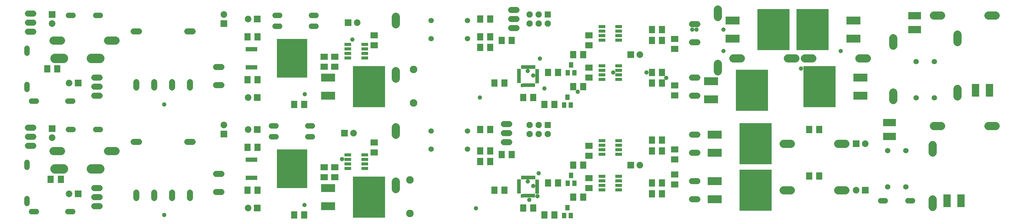
<source format=gts>
G75*
%MOIN*%
%OFA0B0*%
%FSLAX24Y24*%
%IPPOS*%
%LPD*%
%AMOC8*
5,1,8,0,0,1.08239X$1,22.5*
%
%ADD10C,0.0164*%
%ADD11R,0.0210X0.0400*%
%ADD12R,0.0400X0.0210*%
%ADD13R,0.3379X0.4277*%
%ADD14R,0.1281X0.0480*%
%ADD15R,0.0781X0.0363*%
%ADD16C,0.0600*%
%ADD17R,0.1580X0.0900*%
%ADD18R,0.3580X0.4580*%
%ADD19R,0.0474X0.0631*%
%ADD20C,0.0905*%
%ADD21C,0.1025*%
%ADD22C,0.0680*%
%ADD23C,0.0730*%
%ADD24R,0.0730X0.0730*%
%ADD25R,0.0710X0.0789*%
%ADD26C,0.0830*%
%ADD27R,0.0789X0.0710*%
%ADD28R,0.1419X0.0828*%
%ADD29R,0.0828X0.1419*%
%ADD30C,0.0595*%
%ADD31R,0.0680X0.0680*%
%ADD32OC8,0.0680*%
%ADD33C,0.0480*%
D10*
X055786Y003236D02*
X055786Y003472D01*
X055786Y003236D02*
X055740Y003236D01*
X055740Y003472D01*
X055786Y003472D01*
X055786Y003399D02*
X055740Y003399D01*
X055786Y015441D02*
X055786Y015677D01*
X055786Y015441D02*
X055740Y015441D01*
X055740Y015677D01*
X055786Y015677D01*
X055786Y015604D02*
X055740Y015604D01*
D11*
X055960Y015559D03*
X056157Y015559D03*
X056354Y015559D03*
X056551Y015559D03*
X056748Y015559D03*
X056944Y015559D03*
X057141Y015559D03*
X057173Y017575D03*
X056976Y017575D03*
X056779Y017575D03*
X056582Y017575D03*
X056385Y017575D03*
X056189Y017575D03*
X055992Y017575D03*
X055795Y017575D03*
X055795Y005370D03*
X055992Y005370D03*
X056189Y005370D03*
X056385Y005370D03*
X056582Y005370D03*
X056779Y005370D03*
X056976Y005370D03*
X057173Y005370D03*
X057141Y003354D03*
X056944Y003354D03*
X056748Y003354D03*
X056551Y003354D03*
X056354Y003354D03*
X056157Y003354D03*
X055960Y003354D03*
D12*
X055460Y003689D03*
X055460Y003886D03*
X055460Y004083D03*
X055460Y004280D03*
X055460Y004476D03*
X055460Y004673D03*
X055460Y004870D03*
X055460Y005067D03*
X057476Y005035D03*
X057476Y004839D03*
X057476Y004642D03*
X057476Y004445D03*
X057476Y004248D03*
X057476Y004051D03*
X057476Y003854D03*
X057476Y003657D03*
X057476Y015862D03*
X057476Y016059D03*
X057476Y016256D03*
X057476Y016453D03*
X057476Y016650D03*
X057476Y016846D03*
X057476Y017043D03*
X057476Y017240D03*
X055460Y017272D03*
X055460Y017075D03*
X055460Y016878D03*
X055460Y016681D03*
X055460Y016484D03*
X055460Y016287D03*
X055460Y016091D03*
X055460Y015894D03*
D13*
X030484Y018535D03*
X030484Y006331D03*
D14*
X026031Y007331D03*
X026031Y005331D03*
X026031Y017535D03*
X026031Y019535D03*
D15*
X036645Y019573D03*
X036645Y019073D03*
X038496Y019073D03*
X038496Y019573D03*
X038496Y020073D03*
X036645Y020073D03*
X036645Y018573D03*
X038496Y018573D03*
X064598Y017711D03*
X064598Y017211D03*
X064598Y016711D03*
X064598Y016211D03*
X066448Y016211D03*
X066448Y016711D03*
X066448Y017211D03*
X066448Y017711D03*
X066448Y020541D03*
X066448Y021041D03*
X066448Y021541D03*
X066448Y022041D03*
X064598Y022041D03*
X064598Y021541D03*
X064598Y021041D03*
X064598Y020541D03*
X064598Y009443D03*
X064598Y008943D03*
X064598Y008443D03*
X064598Y007943D03*
X066448Y007943D03*
X066448Y008443D03*
X066448Y008943D03*
X066448Y009443D03*
X066448Y005506D03*
X066448Y005006D03*
X066448Y004506D03*
X066448Y004006D03*
X064598Y004006D03*
X064598Y004506D03*
X064598Y005006D03*
X064598Y005506D03*
X038496Y006368D03*
X038496Y006868D03*
X036645Y006868D03*
X036645Y006368D03*
X036645Y007368D03*
X038496Y007368D03*
X038496Y007868D03*
X036645Y007868D03*
D16*
X002366Y001606D02*
X001846Y001606D01*
X001350Y002496D02*
X001350Y003016D01*
X005846Y001606D02*
X006366Y001606D01*
X001350Y006496D02*
X001350Y007016D01*
X005889Y010661D02*
X006409Y010661D01*
X008889Y010661D02*
X009409Y010661D01*
X006366Y013811D02*
X005846Y013811D01*
X002366Y013811D02*
X001846Y013811D01*
X001350Y015094D02*
X001350Y015614D01*
X001350Y019094D02*
X001350Y019614D01*
X005889Y023260D02*
X006409Y023260D01*
X008889Y023260D02*
X009409Y023260D01*
X028618Y023260D02*
X029138Y023260D01*
X032618Y023260D02*
X033138Y023260D01*
X033138Y022079D02*
X032618Y022079D01*
X029138Y022079D02*
X028618Y022079D01*
X028744Y011055D02*
X028224Y011055D01*
X028224Y009874D02*
X028744Y009874D01*
X032224Y009874D02*
X032744Y009874D01*
X032744Y011055D02*
X032224Y011055D01*
X095259Y002787D02*
X095779Y002787D01*
X098259Y002787D02*
X098779Y002787D01*
D17*
X076984Y002969D03*
X076984Y004969D03*
X076984Y008087D03*
X076984Y010087D03*
X076590Y013992D03*
X076590Y015992D03*
X093039Y016386D03*
X093039Y014386D03*
X092252Y020685D03*
X092252Y022685D03*
X078952Y022685D03*
X078952Y020685D03*
X034464Y016386D03*
X034464Y014386D03*
X034464Y004181D03*
X034464Y002181D03*
D18*
X038964Y003181D03*
X081484Y003969D03*
X081484Y009087D03*
X081090Y014992D03*
X088539Y015386D03*
X087752Y021685D03*
X083452Y021685D03*
X038964Y015386D03*
D19*
X060425Y013378D03*
X061173Y013378D03*
X060799Y014244D03*
X060819Y016921D03*
X061567Y016921D03*
X061193Y017787D03*
X061193Y005583D03*
X061567Y004717D03*
X060819Y004717D03*
X060799Y002039D03*
X061173Y001173D03*
X060425Y001173D03*
D20*
X041901Y004099D02*
X041901Y004924D01*
X041901Y010099D02*
X041901Y010924D01*
X041901Y016304D02*
X041901Y017129D01*
X041901Y022304D02*
X041901Y023129D01*
X011062Y020504D02*
X010237Y020504D01*
X005062Y020504D02*
X004237Y020504D01*
X004237Y008299D02*
X005062Y008299D01*
X010237Y008299D02*
X011062Y008299D01*
X077334Y017091D02*
X077334Y017916D01*
X079040Y018535D02*
X079865Y018535D01*
X085040Y018535D02*
X085865Y018535D01*
X086914Y018535D02*
X087739Y018535D01*
X092914Y018535D02*
X093739Y018535D01*
X096626Y019942D02*
X096626Y020767D01*
X103712Y021161D02*
X103712Y020336D01*
X101912Y023260D02*
X101087Y023260D01*
X107087Y023260D02*
X107912Y023260D01*
X077334Y023091D02*
X077334Y023916D01*
X103712Y015161D02*
X103712Y014336D01*
X096626Y013942D02*
X096626Y014767D01*
X101087Y011055D02*
X101912Y011055D01*
X107087Y011055D02*
X107912Y011055D01*
X100956Y008956D02*
X100956Y008131D01*
X091377Y009087D02*
X090552Y009087D01*
X085377Y009087D02*
X084552Y009087D01*
X084552Y003969D02*
X085377Y003969D01*
X090552Y003969D02*
X091377Y003969D01*
X100956Y002956D02*
X100956Y002131D01*
D21*
X009334Y006331D02*
X008389Y006331D01*
X005334Y006331D02*
X004389Y006331D01*
X004389Y018535D02*
X005334Y018535D01*
X008389Y018535D02*
X009334Y018535D01*
D22*
X009343Y016386D02*
X008743Y016386D01*
X008743Y015386D02*
X009343Y015386D01*
X013361Y015285D02*
X013361Y015885D01*
X015321Y015885D02*
X015321Y015285D01*
X017301Y015285D02*
X017301Y015885D01*
X019261Y015885D02*
X019261Y015285D01*
X022129Y015567D02*
X022729Y015567D01*
X022729Y017567D02*
X022129Y017567D01*
X009343Y014386D02*
X008743Y014386D01*
X002044Y010874D02*
X001444Y010874D01*
X001444Y009874D02*
X002044Y009874D01*
X002044Y008874D02*
X001444Y008874D01*
X013061Y009281D02*
X013661Y009281D01*
X018961Y009281D02*
X019561Y009281D01*
X022129Y005756D02*
X022729Y005756D01*
X022729Y003756D02*
X022129Y003756D01*
X019261Y003681D02*
X019261Y003081D01*
X017301Y003081D02*
X017301Y003681D01*
X015321Y003681D02*
X015321Y003081D01*
X013361Y003081D02*
X013361Y003681D01*
X009343Y003181D02*
X008743Y003181D01*
X008743Y004181D02*
X009343Y004181D01*
X009343Y002181D02*
X008743Y002181D01*
X053806Y009268D02*
X054406Y009268D01*
X054406Y010268D02*
X053806Y010268D01*
X053806Y011268D02*
X054406Y011268D01*
X074491Y010087D02*
X075091Y010087D01*
X075091Y008087D02*
X074491Y008087D01*
X074491Y004969D02*
X075091Y004969D01*
X075091Y002969D02*
X074491Y002969D01*
X074491Y014386D02*
X075091Y014386D01*
X075091Y016386D02*
X074491Y016386D01*
X074491Y020291D02*
X075091Y020291D01*
X075091Y022291D02*
X074491Y022291D01*
X055193Y021866D02*
X054593Y021866D01*
X054593Y022866D02*
X055193Y022866D01*
X055193Y023866D02*
X054593Y023866D01*
X019561Y021485D02*
X018961Y021485D01*
X013661Y021485D02*
X013061Y021485D01*
X002044Y021472D02*
X001444Y021472D01*
X001444Y022472D02*
X002044Y022472D01*
X002044Y023472D02*
X001444Y023472D01*
D23*
X004106Y022366D03*
X023004Y023366D03*
X025653Y022866D03*
X037677Y022472D03*
X068779Y018929D03*
X037283Y010268D03*
X025653Y010661D03*
X023004Y011161D03*
X025653Y014205D03*
X005968Y015780D03*
X004106Y009768D03*
X005968Y003575D03*
X025653Y002000D03*
X068779Y006724D03*
X092582Y003969D03*
X093582Y009087D03*
D24*
X092582Y009087D03*
X093582Y003969D03*
X067779Y006724D03*
X036283Y010268D03*
X026653Y010661D03*
X023004Y010161D03*
X026653Y014205D03*
X006968Y015780D03*
X004106Y010768D03*
X006968Y003575D03*
X026653Y002000D03*
X067779Y018929D03*
X036677Y022472D03*
X026653Y022866D03*
X023004Y022366D03*
X004106Y023366D03*
D25*
X025602Y020898D03*
X026704Y020898D03*
X026704Y016173D03*
X025602Y016173D03*
X030720Y013417D03*
X031822Y013417D03*
X026704Y008693D03*
X025602Y008693D03*
X025602Y003969D03*
X026704Y003969D03*
X030720Y001213D03*
X031822Y001213D03*
X052767Y003969D03*
X053870Y003969D03*
X058673Y004756D03*
X059775Y004756D03*
X061429Y003181D03*
X062531Y003181D03*
X057019Y002000D03*
X055917Y002000D03*
X058279Y001213D03*
X059381Y001213D03*
X070090Y003575D03*
X071193Y003575D03*
X071193Y004756D03*
X070090Y004756D03*
X062531Y006724D03*
X061429Y006724D03*
X054657Y007906D03*
X053555Y007906D03*
X052295Y008299D03*
X051193Y008299D03*
X051193Y007118D03*
X052295Y007118D03*
X052295Y010661D03*
X051193Y010661D03*
X058279Y013417D03*
X059381Y013417D03*
X057019Y014205D03*
X055917Y014205D03*
X061429Y015386D03*
X062531Y015386D03*
X059775Y016961D03*
X058673Y016961D03*
X053870Y015780D03*
X052767Y015780D03*
X061429Y018929D03*
X062531Y018929D03*
X070090Y020504D03*
X071193Y020504D03*
X071193Y021685D03*
X070090Y021685D03*
X054657Y020504D03*
X053555Y020504D03*
X052295Y020898D03*
X051193Y020898D03*
X051193Y019717D03*
X052295Y019717D03*
X052295Y022866D03*
X051193Y022866D03*
X070090Y016961D03*
X071193Y016961D03*
X071193Y015780D03*
X070090Y015780D03*
X087413Y010661D03*
X088515Y010661D03*
X071193Y009480D03*
X070090Y009480D03*
X070090Y008299D03*
X071193Y008299D03*
X087413Y005543D03*
X088515Y005543D03*
X005051Y005150D03*
X003948Y005150D03*
X003555Y017354D03*
X004657Y017354D03*
D26*
X043870Y017286D03*
X043870Y013586D03*
X043476Y005081D03*
X043476Y001381D03*
D27*
X035208Y005386D03*
X034027Y005386D03*
X034027Y006488D03*
X035208Y006488D03*
X039539Y008142D03*
X039539Y009244D03*
X063161Y008850D03*
X063161Y007748D03*
X063161Y005307D03*
X063161Y004205D03*
X072610Y004598D03*
X072610Y005701D03*
X072610Y007354D03*
X072610Y008457D03*
X072610Y014441D03*
X072610Y015543D03*
X063161Y016409D03*
X063161Y017512D03*
X072610Y019559D03*
X072610Y020661D03*
X063161Y021055D03*
X063161Y019953D03*
X039539Y019953D03*
X039539Y021055D03*
X035208Y018693D03*
X034027Y018693D03*
X034027Y017591D03*
X035208Y017591D03*
D28*
X096232Y011429D03*
X096232Y009894D03*
X098988Y021705D03*
X098988Y023240D03*
D29*
X105700Y014992D03*
X107236Y014992D03*
X104086Y002787D03*
X102551Y002787D03*
D30*
X098019Y004331D03*
X096019Y004331D03*
X096019Y008331D03*
X098019Y008331D03*
X099169Y014173D03*
X101169Y014173D03*
X101169Y018173D03*
X099169Y018173D03*
X049807Y020685D03*
X045807Y020685D03*
X045807Y022685D03*
X049807Y022685D03*
X049807Y010480D03*
X045807Y010480D03*
X045807Y008480D03*
X049807Y008480D03*
D31*
X058649Y011161D03*
X058649Y023366D03*
D32*
X057649Y023366D03*
X056649Y023366D03*
X056649Y022366D03*
X057649Y022366D03*
X058649Y022366D03*
X057649Y011161D03*
X056649Y011161D03*
X056649Y010161D03*
X057649Y010161D03*
X058649Y010161D03*
D33*
X051153Y014205D03*
X058279Y015189D03*
X061941Y014835D03*
X057019Y016646D03*
X056429Y017118D03*
X057767Y018496D03*
X065838Y016961D03*
X069500Y016961D03*
X071665Y016370D03*
X077964Y019323D03*
X086507Y017394D03*
X090878Y019323D03*
X077964Y021685D03*
X075011Y021685D03*
X074539Y021685D03*
X037137Y020583D03*
X031901Y014559D03*
X016429Y013417D03*
X035996Y007394D03*
X031862Y002315D03*
X016429Y001213D03*
X050720Y001961D03*
X056586Y002906D03*
X057492Y003299D03*
X057019Y004441D03*
X056429Y004913D03*
X057649Y005819D03*
M02*

</source>
